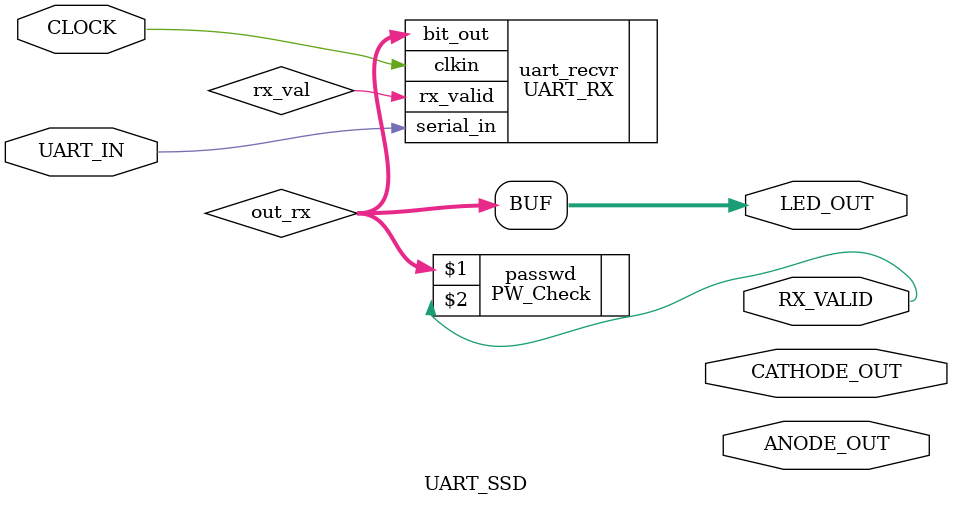
<source format=v>
`timescale 1ns / 1ps
module UART_SSD(
    input CLOCK,
    input UART_IN,
    output RX_VALID,
    output [6:0] CATHODE_OUT,
    output [3:0] ANODE_OUT,
    output [7:0] LED_OUT
    );
    
wire [7:0] out_rx, hex_out;
wire [3:0] cath_digit;
wire rxval;
UART_RX          uart_recvr(.clkin(CLOCK), .serial_in(UART_IN), .rx_valid(rx_val), 
                 .bit_out(out_rx));
assign LED_OUT = out_rx;
PW_Check         passwd(out_rx, RX_VALID);
/*assign LED_OUT = out_rx;            

UART_ASCII_Map   uart_mapping(.UART_bit_in(out_rx), .Hex_Out(hex_out));

Bin_Control      binary_ctrl(.clkin(CLOCK), .uart_in(hex_out), .cath_digit(cath_digit));

Cathode_Control  cathode_ctrl(.Digit(cath_digit), .Cathode(CATHODE_OUT));

Anode_Control    anode_ctrl(.Clk_in(CLOCK), .Anode(ANODE_OUT));*/

endmodule

</source>
